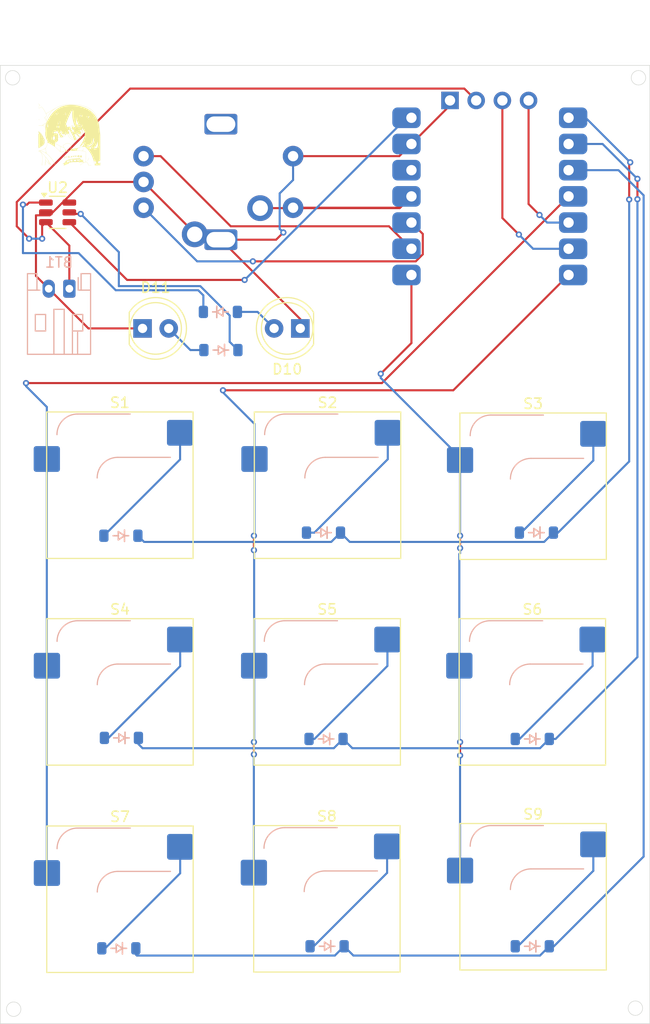
<source format=kicad_pcb>
(kicad_pcb (version 20240108) (generator "pcbnew") (generator_version "8.0")
  (layers (0 "F.Cu" signal) (31 "B.Cu" signal) (34 "B.Paste" user) (35 "F.Paste" user) (36 "B.SilkS" user "B.Silkscreen") (37 "F.SilkS" user "F.Silkscreen") (38 "B.Mask" user) (39 "F.Mask" user) (44 "Edge.Cuts" user))
  (net 0 "")
  (net 1 "Net-(BT1-+)")
  (net 2 "Net-(BT1--)")
  (net 3 "Net-(D1-A)")
  (net 4 "ROW 1")
  (net 5 "Net-(D2-A)")
  (net 6 "Net-(D3-A)")
  (net 7 "ROW 2")
  (net 8 "Net-(D4-A)")
  (net 9 "Net-(D5-A)")
  (net 10 "Net-(D6-A)")
  (net 11 "ROW 3")
  (net 12 "Net-(D7-A)")
  (net 13 "Net-(D8-A)")
  (net 14 "Net-(D9-A)")
  (net 15 "Net-(D10-A)")
  (net 16 "Net-(D11-A)")
  (net 17 "OLED SDA")
  (net 18 "OLED SCL")
  (net 19 "Net-(U2-~{CHRG})")
  (net 20 "Net-(U2-STDBY)")
  (net 21 "COLUMN 1")
  (net 22 "COLUMN 2")
  (net 23 "COLUMN 3")
  (net 24 "PIN 1")
  (net 25 "A")
  (net 26 "B")
  (net 27 "Net-(U1-5V)")
  (footprint "ScottoKeebs_Hotswap:Hotswap_MX_1.00u" (layer "F.Cu") (at 59.6 79.4)
    (property "Reference" "S1" (at 0 -8 0) (layer "F.SilkS"))
    (property "Value" "Keyswitch")
    (pad "" np_thru_hole circle (at -5.08 0) (size 1.75 1.75) (drill 1.75) (layers "*.Cu" "*.Mask"))
    (pad "" np_thru_hole circle (at -3.81 -2.54) (size 3.05 3.05) (drill 3.05) (layers "*.Cu" "*.Mask"))
    (pad "" np_thru_hole circle (at 0 0) (size 4 4) (drill 4) (layers "*.Cu" "*.Mask"))
    (pad "" np_thru_hole circle (at 2.54 -5.08) (size 3.05 3.05) (drill 3.05) (layers "*.Cu" "*.Mask"))
    (pad "" np_thru_hole circle (at 5.08 0) (size 1.75 1.75) (drill 1.75) (layers "*.Cu" "*.Mask"))
    (pad "1" smd roundrect (at -7.085 -2.54) (size 2.55 2.5) (layers "B.Cu" "B.Paste" "B.Mask") (roundrect_rratio 0.1) (net 21 "COLUMN 1"))
    (pad "2" smd roundrect (at 5.842 -5.08) (size 2.55 2.5) (layers "B.Cu" "B.Paste" "B.Mask") (roundrect_rratio 0.1) (net 3 "Net-(D1-A)"))
  )
  (footprint "Package_TO_SOT_SMD:TSOT-23-6" (layer "F.Cu") (at 53.5625 52.95)
    (property "Reference" "U2" (at 0 -2.4 0) (layer "F.SilkS"))
    (property "Value" "TP4057")
    (pad "1" smd roundrect (at -1.1375 -0.95) (size 1.325 0.6) (layers "F.Cu" "F.Paste" "F.Mask") (net 19 "Net-(U2-~{CHRG})"))
    (pad "2" smd roundrect (at -1.1375 0) (size 1.325 0.6) (layers "F.Cu" "F.Paste" "F.Mask") (net 2 "Net-(BT1--)"))
    (pad "3" smd roundrect (at -1.1375 0.95) (size 1.325 0.6) (layers "F.Cu" "F.Paste" "F.Mask") (net 1 "Net-(BT1-+)"))
    (pad "4" smd roundrect (at 1.1375 0.95) (size 1.325 0.6) (layers "F.Cu" "F.Paste" "F.Mask") (net 27 "Net-(U1-5V)"))
    (pad "5" smd roundrect (at 1.1375 0) (size 1.325 0.6) (layers "F.Cu" "F.Paste" "F.Mask") (net 20 "Net-(U2-STDBY)"))
    (pad "6" smd roundrect (at 1.1375 -0.95) (size 1.325 0.6) (layers "F.Cu" "F.Paste" "F.Mask") (net 2 "Net-(BT1--)"))
  )
  (footprint "ScottoKeebs_Hotswap:Hotswap_MX_1.00u" (layer "F.Cu") (at 79.68 119.5)
    (property "Reference" "S8" (at 0 -8 0) (layer "F.SilkS"))
    (property "Value" "Keyswitch")
    (pad "" np_thru_hole circle (at -5.08 0) (size 1.75 1.75) (drill 1.75) (layers "*.Cu" "*.Mask"))
    (pad "" np_thru_hole circle (at -3.81 -2.54) (size 3.05 3.05) (drill 3.05) (layers "*.Cu" "*.Mask"))
    (pad "" np_thru_hole circle (at 0 0) (size 4 4) (drill 4) (layers "*.Cu" "*.Mask"))
    (pad "" np_thru_hole circle (at 2.54 -5.08) (size 3.05 3.05) (drill 3.05) (layers "*.Cu" "*.Mask"))
    (pad "" np_thru_hole circle (at 5.08 0) (size 1.75 1.75) (drill 1.75) (layers "*.Cu" "*.Mask"))
    (pad "1" smd roundrect (at -7.085 -2.54) (size 2.55 2.5) (layers "B.Cu" "B.Paste" "B.Mask") (roundrect_rratio 0.1) (net 22 "COLUMN 2"))
    (pad "2" smd roundrect (at 5.842 -5.08) (size 2.55 2.5) (layers "B.Cu" "B.Paste" "B.Mask") (roundrect_rratio 0.1) (net 13 "Net-(D8-A)"))
  )
  (footprint "ScottoKeebs_Hotswap:Hotswap_MX_1.00u" (layer "F.Cu") (at 59.61 99.44)
    (property "Reference" "S4" (at 0 -8 0) (layer "F.SilkS"))
    (property "Value" "Keyswitch")
    (pad "" np_thru_hole circle (at -5.08 0) (size 1.75 1.75) (drill 1.75) (layers "*.Cu" "*.Mask"))
    (pad "" np_thru_hole circle (at -3.81 -2.54) (size 3.05 3.05) (drill 3.05) (layers "*.Cu" "*.Mask"))
    (pad "" np_thru_hole circle (at 0 0) (size 4 4) (drill 4) (layers "*.Cu" "*.Mask"))
    (pad "" np_thru_hole circle (at 2.54 -5.08) (size 3.05 3.05) (drill 3.05) (layers "*.Cu" "*.Mask"))
    (pad "" np_thru_hole circle (at 5.08 0) (size 1.75 1.75) (drill 1.75) (layers "*.Cu" "*.Mask"))
    (pad "1" smd roundrect (at -7.085 -2.54) (size 2.55 2.5) (layers "B.Cu" "B.Paste" "B.Mask") (roundrect_rratio 0.1) (net 21 "COLUMN 1"))
    (pad "2" smd roundrect (at 5.842 -5.08) (size 2.55 2.5) (layers "B.Cu" "B.Paste" "B.Mask") (roundrect_rratio 0.1) (net 8 "Net-(D4-A)"))
  )
  (footprint "ScottoKeebs_Components:OLED_128x64" (layer "F.Cu") (at 95.43 42.1)
    (property "Reference" "J1" (hide yes))
    (property "Value" "OLED_128x64")
    (pad "1" thru_hole rect (at -3.81 0 90) (size 1.7 1.7) (drill 1) (layers "*.Cu" "*.Mask") (net 2 "Net-(BT1--)"))
    (pad "2" thru_hole oval (at -1.27 0 90) (size 1.7 1.7) (drill 1) (layers "*.Cu" "*.Mask") (net 1 "Net-(BT1-+)"))
    (pad "3" thru_hole oval (at 1.27 0 90) (size 1.7 1.7) (drill 1) (layers "*.Cu" "*.Mask") (net 18 "OLED SCL"))
    (pad "4" thru_hole oval (at 3.81 0 90) (size 1.7 1.7) (drill 1) (layers "*.Cu" "*.Mask") (net 17 "OLED SDA"))
  )
  (footprint "ScottoKeebs_Hotswap:Hotswap_MX_1.00u" (layer "F.Cu") (at 79.71 99.44)
    (property "Reference" "S5" (at 0 -8 0) (layer "F.SilkS"))
    (property "Value" "Keyswitch")
    (pad "" np_thru_hole circle (at -5.08 0) (size 1.75 1.75) (drill 1.75) (layers "*.Cu" "*.Mask"))
    (pad "" np_thru_hole circle (at -3.81 -2.54) (size 3.05 3.05) (drill 3.05) (layers "*.Cu" "*.Mask"))
    (pad "" np_thru_hole circle (at 0 0) (size 4 4) (drill 4) (layers "*.Cu" "*.Mask"))
    (pad "" np_thru_hole circle (at 2.54 -5.08) (size 3.05 3.05) (drill 3.05) (layers "*.Cu" "*.Mask"))
    (pad "" np_thru_hole circle (at 5.08 0) (size 1.75 1.75) (drill 1.75) (layers "*.Cu" "*.Mask"))
    (pad "1" smd roundrect (at -7.085 -2.54) (size 2.55 2.5) (layers "B.Cu" "B.Paste" "B.Mask") (roundrect_rratio 0.1) (net 22 "COLUMN 2"))
    (pad "2" smd roundrect (at 5.842 -5.08) (size 2.55 2.5) (layers "B.Cu" "B.Paste" "B.Mask") (roundrect_rratio 0.1) (net 9 "Net-(D5-A)"))
  )
  (footprint "ScottoKeebs_Hotswap:Hotswap_MX_1.00u" (layer "F.Cu") (at 99.68 79.5)
    (property "Reference" "S3" (at 0 -8 0) (layer "F.SilkS"))
    (property "Value" "Keyswitch")
    (pad "" np_thru_hole circle (at -5.08 0) (size 1.75 1.75) (drill 1.75) (layers "*.Cu" "*.Mask"))
    (pad "" np_thru_hole circle (at -3.81 -2.54) (size 3.05 3.05) (drill 3.05) (layers "*.Cu" "*.Mask"))
    (pad "" np_thru_hole circle (at 0 0) (size 4 4) (drill 4) (layers "*.Cu" "*.Mask"))
    (pad "" np_thru_hole circle (at 2.54 -5.08) (size 3.05 3.05) (drill 3.05) (layers "*.Cu" "*.Mask"))
    (pad "" np_thru_hole circle (at 5.08 0) (size 1.75 1.75) (drill 1.75) (layers "*.Cu" "*.Mask"))
    (pad "1" smd roundrect (at -7.085 -2.54) (size 2.55 2.5) (layers "B.Cu" "B.Paste" "B.Mask") (roundrect_rratio 0.1) (net 23 "COLUMN 3"))
    (pad "2" smd roundrect (at 5.842 -5.08) (size 2.55 2.5) (layers "B.Cu" "B.Paste" "B.Mask") (roundrect_rratio 0.1) (net 6 "Net-(D3-A)"))
  )
  (footprint "ScottoKeebs_Scotto:Encoder_EC11_MX_Combo" (layer "F.Cu") (at 69.4 50)
    (property "Reference" "SW1" (hide yes))
    (property "Value" "RotaryEncoder_Switch" (hide yes))
    (pad "" np_thru_hole circle (at -5.08 0 180) (size 1.75 1.75) (drill 1.75) (layers "*.Cu" "*.Mask"))
    (pad "" np_thru_hole circle (at 0 0 180) (size 4 4) (drill 4) (layers "*.Cu" "*.Mask"))
    (pad "" np_thru_hole circle (at 5.08 0 180) (size 1.75 1.75) (drill 1.75) (layers "*.Cu" "*.Mask"))
    (pad "A" thru_hole circle (at -7.5 -2.5) (size 2 2) (drill 1) (layers "*.Cu" "*.Mask") (net 25 "A"))
    (pad "B" thru_hole circle (at -7.5 2.5) (size 2 2) (drill 1) (layers "*.Cu" "*.Mask") (net 26 "B"))
    (pad "C" thru_hole circle (at -7.5 0) (size 2 2) (drill 1) (layers "*.Cu" "*.Mask") (net 2 "Net-(BT1--)"))
    (pad "MP" thru_hole roundrect (at 0 -5.6) (size 3.2 2) (drill oval 2.8 1.5) (layers "*.Cu" "*.Mask") (roundrect_rratio 0.125))
    (pad "S1" thru_hole circle (at 3.81 2.54 180) (size 2.5 2.5) (drill 1.5) (layers "*.Cu" "*.Mask") (net 24 "PIN 1"))
    (pad "S1" thru_hole circle (at 7 2.5) (size 2 2) (drill 1) (layers "*.Cu" "*.Mask") (net 24 "PIN 1"))
    (pad "S2" thru_hole circle (at -2.54 5.08 180) (size 2.5 2.5) (drill 1.5) (layers "*.Cu" "*.Mask") (net 2 "Net-(BT1--)"))
    (pad "S2" thru_hole roundrect (at 0 5.6) (size 3.2 2) (drill oval 2.8 1.5) (layers "*.Cu" "*.Mask") (roundrect_rratio 0.125) (net 2 "Net-(BT1--)"))
    (pad "S2" thru_hole circle (at 7 -2.5) (size 2 2) (drill 1) (layers "*.Cu" "*.Mask") (net 2 "Net-(BT1--)"))
  )
  (footprint "ScottoKeebs_Hotswap:Hotswap_MX_1.00u" (layer "F.Cu") (at 99.68 119.3)
    (property "Reference" "S9" (at 0 -8 0) (layer "F.SilkS"))
    (property "Value" "Keyswitch")
    (pad "" np_thru_hole circle (at -5.08 0) (size 1.75 1.75) (drill 1.75) (layers "*.Cu" "*.Mask"))
    (pad "" np_thru_hole circle (at -3.81 -2.54) (size 3.05 3.05) (drill 3.05) (layers "*.Cu" "*.Mask"))
    (pad "" np_thru_hole circle (at 0 0) (size 4 4) (drill 4) (layers "*.Cu" "*.Mask"))
    (pad "" np_thru_hole circle (at 2.54 -5.08) (size 3.05 3.05) (drill 3.05) (layers "*.Cu" "*.Mask"))
    (pad "" np_thru_hole circle (at 5.08 0) (size 1.75 1.75) (drill 1.75) (layers "*.Cu" "*.Mask"))
    (pad "1" smd roundrect (at -7.085 -2.54) (size 2.55 2.5) (layers "B.Cu" "B.Paste" "B.Mask") (roundrect_rratio 0.1) (net 23 "COLUMN 3"))
    (pad "2" smd roundrect (at 5.842 -5.08) (size 2.55 2.5) (layers "B.Cu" "B.Paste" "B.Mask") (roundrect_rratio 0.1) (net 14 "Net-(D9-A)"))
  )
  (footprint "ScottoKeebs_Hotswap:Hotswap_MX_1.00u" (layer "F.Cu") (at 99.61 99.44)
    (property "Reference" "S6" (at 0 -8 0) (layer "F.SilkS"))
    (property "Value" "Keyswitch")
    (pad "" np_thru_hole circle (at -5.08 0) (size 1.75 1.75) (drill 1.75) (layers "*.Cu" "*.Mask"))
    (pad "" np_thru_hole circle (at -3.81 -2.54) (size 3.05 3.05) (drill 3.05) (layers "*.Cu" "*.Mask"))
    (pad "" np_thru_hole circle (at 0 0) (size 4 4) (drill 4) (layers "*.Cu" "*.Mask"))
    (pad "" np_thru_hole circle (at 2.54 -5.08) (size 3.05 3.05) (drill 3.05) (layers "*.Cu" "*.Mask"))
    (pad "" np_thru_hole circle (at 5.08 0) (size 1.75 1.75) (drill 1.75) (layers "*.Cu" "*.Mask"))
    (pad "1" smd roundrect (at -7.085 -2.54) (size 2.55 2.5) (layers "B.Cu" "B.Paste" "B.Mask") (roundrect_rratio 0.1) (net 23 "COLUMN 3"))
    (pad "2" smd roundrect (at 5.842 -5.08) (size 2.55 2.5) (layers "B.Cu" "B.Paste" "B.Mask") (roundrect_rratio 0.1) (net 10 "Net-(D6-A)"))
  )
  (footprint "IMage:ryomini" (layer "F.Cu") (at 54.7 45.4)
    (property "Reference" "G***" (at 0 0 0) (layer "F.SilkS") (effects (font (size 1.5 1.5) (thickness 0.3))))
    (property "Value" "LOGO" (hide yes))
  )
  (footprint "ScottoKeebs_Hotswap:Hotswap_MX_1.00u" (layer "F.Cu") (at 79.7425 79.4)
    (property "Reference" "S2" (at 0 -8 0) (layer "F.SilkS"))
    (property "Value" "Keyswitch")
    (pad "" np_thru_hole circle (at -5.08 0) (size 1.75 1.75) (drill 1.75) (layers "*.Cu" "*.Mask"))
    (pad "" np_thru_hole circle (at -3.81 -2.54) (size 3.05 3.05) (drill 3.05) (layers "*.Cu" "*.Mask"))
    (pad "" np_thru_hole circle (at 0 0) (size 4 4) (drill 4) (layers "*.Cu" "*.Mask"))
    (pad "" np_thru_hole circle (at 2.54 -5.08) (size 3.05 3.05) (drill 3.05) (layers "*.Cu" "*.Mask"))
    (pad "" np_thru_hole circle (at 5.08 0) (size 1.75 1.75) (drill 1.75) (layers "*.Cu" "*.Mask"))
    (pad "1" smd roundrect (at -7.085 -2.54) (size 2.55 2.5) (layers "B.Cu" "B.Paste" "B.Mask") (roundrect_rratio 0.1) (net 22 "COLUMN 2"))
    (pad "2" smd roundrect (at 5.842 -5.08) (size 2.55 2.5) (layers "B.Cu" "B.Paste" "B.Mask") (roundrect_rratio 0.1) (net 5 "Net-(D2-A)"))
  )
  (footprint "ScottoKeebs_Hotswap:Hotswap_MX_1.00u" (layer "F.Cu") (at 59.61 119.54)
    (property "Reference" "S7" (at 0 -8 0) (layer "F.SilkS"))
    (property "Value" "Keyswitch")
    (pad "" np_thru_hole circle (at -5.08 0) (size 1.75 1.75) (drill 1.75) (layers "*.Cu" "*.Mask"))
    (pad "" np_thru_hole circle (at -3.81 -2.54) (size 3.05 3.05) (drill 3.05) (layers "*.Cu" "*.Mask"))
    (pad "" np_thru_hole circle (at 0 0) (size 4 4) (drill 4) (layers "*.Cu" "*.Mask"))
    (pad "" np_thru_hole circle (at 2.54 -5.08) (size 3.05 3.05) (drill 3.05) (layers "*.Cu" "*.Mask"))
    (pad "" np_thru_hole circle (at 5.08 0) (size 1.75 1.75) (drill 1.75) (layers "*.Cu" "*.Mask"))
    (pad "1" smd roundrect (at -7.085 -2.54) (size 2.55 2.5) (layers "B.Cu" "B.Paste" "B.Mask") (roundrect_rratio 0.1) (net 21 "COLUMN 1"))
    (pad "2" smd roundrect (at 5.842 -5.08) (size 2.55 2.5) (layers "B.Cu" "B.Paste" "B.Mask") (roundrect_rratio 0.1) (net 12 "Net-(D7-A)"))
  )
  (footprint "LED_THT:LED_D5.0mm" (layer "F.Cu") (at 77.1 64.2 180)
    (property "Reference" "D10" (at 1.27 -3.96 0) (layer "F.SilkS"))
    (property "Value" "LED")
    (pad "1" thru_hole rect (at 0 0 180) (size 1.8 1.8) (drill 0.9) (layers "*.Cu" "*.Mask") (net 2 "Net-(BT1--)"))
    (pad "2" thru_hole circle (at 2.54 0 180) (size 1.8 1.8) (drill 0.9) (layers "*.Cu" "*.Mask") (net 15 "Net-(D10-A)"))
  )
  (footprint "LED_THT:LED_D5.0mm" (layer "F.Cu") (at 61.8 64.2)
    (property "Reference" "D11" (at 1.27 -3.96 0) (layer "F.SilkS"))
    (property "Value" "LED")
    (pad "1" thru_hole rect (at 0 0) (size 1.8 1.8) (drill 0.9) (layers "*.Cu" "*.Mask") (net 2 "Net-(BT1--)"))
    (pad "2" thru_hole circle (at 2.54 0) (size 1.8 1.8) (drill 0.9) (layers "*.Cu" "*.Mask") (net 16 "Net-(D11-A)"))
  )
  (footprint "ScottoKeebs_Components:Diode_SOD-123" (layer "B.Cu") (at 59.5 124.3 180)
    (property "Reference" "D7" (hide yes))
    (property "Value" "D")
    (pad "1" smd roundrect (at -1.65 0 180) (size 0.9 1.2) (layers "B.Cu" "B.Paste" "B.Mask") (net 11 "ROW 3"))
    (pad "2" smd roundrect (at 1.65 0 180) (size 0.9 1.2) (layers "B.Cu" "B.Paste" "B.Mask") (net 12 "Net-(D7-A)"))
  )
  (footprint "ScottoKeebs_Components:Diode_SOD-123" (layer "B.Cu") (at 69.35 62.6)
    (property "Reference" "R1" (hide yes))
    (property "Value" "R")
    (pad "1" smd roundrect (at -1.65 0) (size 0.9 1.2) (layers "B.Cu" "B.Paste" "B.Mask") (net 19 "Net-(U2-~{CHRG})"))
    (pad "2" smd roundrect (at 1.65 0) (size 0.9 1.2) (layers "B.Cu" "B.Paste" "B.Mask") (net 15 "Net-(D10-A)"))
  )
  (footprint "ScottoKeebs_Components:Diode_SOD-123" (layer "B.Cu") (at 79.6 104 180)
    (property "Reference" "D5" (hide yes))
    (property "Value" "D")
    (pad "1" smd roundrect (at -1.65 0 180) (size 0.9 1.2) (layers "B.Cu" "B.Paste" "B.Mask") (net 7 "ROW 2"))
    (pad "2" smd roundrect (at 1.65 0 180) (size 0.9 1.2) (layers "B.Cu" "B.Paste" "B.Mask") (net 9 "Net-(D5-A)"))
  )
  (footprint "ScottoKeebs_Components:Diode_SOD-123" (layer "B.Cu") (at 69.4 66.3 180)
    (property "Reference" "R2" (hide yes))
    (property "Value" "R")
    (pad "1" smd roundrect (at -1.65 0 180) (size 0.9 1.2) (layers "B.Cu" "B.Paste" "B.Mask") (net 20 "Net-(U2-STDBY)"))
    (pad "2" smd roundrect (at 1.65 0 180) (size 0.9 1.2) (layers "B.Cu" "B.Paste" "B.Mask") (net 16 "Net-(D11-A)"))
  )
  (footprint "ScottoKeebs_Components:Diode_SOD-123" (layer "B.Cu") (at 99.6 124.1 180)
    (property "Reference" "D9" (hide yes))
    (property "Value" "D")
    (pad "1" smd roundrect (at -1.65 0 180) (size 0.9 1.2) (layers "B.Cu" "B.Paste" "B.Mask") (net 11 "ROW 3"))
    (pad "2" smd roundrect (at 1.65 0 180) (size 0.9 1.2) (layers "B.Cu" "B.Paste" "B.Mask") (net 14 "Net-(D9-A)"))
  )
  (footprint "ScottoKeebs_Components:Diode_SOD-123" (layer "B.Cu") (at 79.35 84 180)
    (property "Reference" "D2" (hide yes))
    (property "Value" "D")
    (pad "1" smd roundrect (at -1.65 0 180) (size 0.9 1.2) (layers "B.Cu" "B.Paste" "B.Mask") (net 4 "ROW 1"))
    (pad "2" smd roundrect (at 1.65 0 180) (size 0.9 1.2) (layers "B.Cu" "B.Paste" "B.Mask") (net 5 "Net-(D2-A)"))
  )
  (footprint "ScottoKeebs_Components:Diode_SOD-123" (layer "B.Cu") (at 100 84 180)
    (property "Reference" "D3" (hide yes))
    (property "Value" "D")
    (pad "1" smd roundrect (at -1.65 0 180) (size 0.9 1.2) (layers "B.Cu" "B.Paste" "B.Mask") (net 4 "ROW 1"))
    (pad "2" smd roundrect (at 1.65 0 180) (size 0.9 1.2) (layers "B.Cu" "B.Paste" "B.Mask") (net 6 "Net-(D3-A)"))
  )
  (footprint "ScottoKeebs_MCU:Seeed_XIAO_RP2040" (layer "B.Cu") (at 95.5 51.4 180)
    (property "Reference" "U1" (hide yes))
    (property "Value" "MCU_Seeed_XIAO_RP2040")
    (pad "1" smd roundrect (at -8.065 7.62 180) (size 2.75 2) (layers "B.Cu" "B.Paste" "B.Mask") (net 4 "ROW 1"))
    (pad "1" thru_hole rect (at -7.62 7.62 90) (size 1.6 1.6) (drill 1) (layers "*.Cu" "*.Mask") (net 4 "ROW 1"))
    (pad "2" smd roundrect (at -8.065 5.08 180) (size 2.75 2) (layers "B.Cu" "B.Paste" "B.Mask") (net 7 "ROW 2"))
    (pad "2" thru_hole circle (at -7.62 5.08 90) (size 1.6 1.6) (drill 1) (layers "*.Cu" "*.Mask") (net 7 "ROW 2"))
    (pad "3" smd roundrect (at -8.065 2.54 180) (size 2.75 2) (layers "B.Cu" "B.Paste" "B.Mask") (net 11 "ROW 3"))
    (pad "3" thru_hole circle (at -7.62 2.54 90) (size 1.6 1.6) (drill 1) (layers "*.Cu" "*.Mask") (net 11 "ROW 3"))
    (pad "4" smd roundrect (at -8.065 0 180) (size 2.75 2) (layers "B.Cu" "B.Paste" "B.Mask") (net 21 "COLUMN 1"))
    (pad "4" thru_hole circle (at -7.62 0 90) (size 1.6 1.6) (drill 1) (layers "*.Cu" "*.Mask") (net 21 "COLUMN 1"))
    (pad "5" smd roundrect (at -8.065 -2.54 180) (size 2.75 2) (layers "B.Cu" "B.Paste" "B.Mask") (net 17 "OLED SDA"))
    (pad "5" thru_hole circle (at -7.62 -2.54 90) (size 1.6 1.6) (drill 1) (layers "*.Cu" "*.Mask") (net 17 "OLED SDA"))
    (pad "6" smd roundrect (at -8.065 -5.08 180) (size 2.75 2) (layers "B.Cu" "B.Paste" "B.Mask") (net 18 "OLED SCL"))
    (pad "6" thru_hole circle (at -7.62 -5.08 90) (size 1.6 1.6) (drill 1) (layers "*.Cu" "*.Mask") (net 18 "OLED SCL"))
    (pad "7" smd roundrect (at -8.065 -7.62 180) (size 2.75 2) (layers "B.Cu" "B.Paste" "B.Mask") (net 22 "COLUMN 2"))
    (pad "7" thru_hole circle (at -7.62 -7.62 90) (size 1.6 1.6) (drill 1) (layers "*.Cu" "*.Mask") (net 22 "COLUMN 2"))
    (pad "8" thru_hole circle (at 7.62 -7.62 90) (size 1.6 1.6) (drill 1) (layers "*.Cu" "*.Mask") (net 23 "COLUMN 3"))
    (pad "8" smd roundrect (at 8.1 -7.62 180) (size 2.75 2) (layers "B.Cu" "B.Paste" "B.Mask") (net 23 "COLUMN 3"))
    (pad "9" thru_hole circle (at 7.62 -5.08 90) (size 1.6 1.6) (drill 1) (layers "*.Cu" "*.Mask") (net 25 "A"))
    (pad "9" smd roundrect (at 8.1 -5.08 180) (size 2.75 2) (layers "B.Cu" "B.Paste" "B.Mask") (net 25 "A"))
    (pad "10" thru_hole circle (at 7.62 -2.54 90) (size 1.6 1.6) (drill 1) (layers "*.Cu" "*.Mask") (net 26 "B"))
    (pad "10" smd roundrect (at 8.1 -2.54 180) (size 2.75 2) (layers "B.Cu" "B.Paste" "B.Mask") (net 26 "B"))
    (pad "11" thru_hole circle (at 7.62 0 90) (size 1.6 1.6) (drill 1) (layers "*.Cu" "*.Mask") (net 24 "PIN 1"))
    (pad "11" smd roundrect (at 8.1 0 180) (size 2.75 2) (layers "B.Cu" "B.Paste" "B.Mask") (net 24 "PIN 1"))
    (pad "12" thru_hole circle (at 7.62 2.54 90) (size 1.6 1.6) (drill 1) (layers "*.Cu" "*.Mask"))
    (pad "12" smd roundrect (at 8.1 2.54 180) (size 2.75 2) (layers "B.Cu" "B.Paste" "B.Mask"))
    (pad "13" thru_hole circle (at 7.62 5.08 90) (size 1.6 1.6) (drill 1) (layers "*.Cu" "*.Mask") (net 2 "Net-(BT1--)"))
    (pad "13" smd roundrect (at 8.1 5.08 180) (size 2.75 2) (layers "B.Cu" "B.Paste" "B.Mask") (net 2 "Net-(BT1--)"))
    (pad "14" thru_hole circle (at 7.62 7.62 90) (size 1.6 1.6) (drill 1) (layers "*.Cu" "*.Mask") (net 27 "Net-(U1-5V)"))
    (pad "14" smd roundrect (at 8.1 7.62 180) (size 2.75 2) (layers "B.Cu" "B.Paste" "B.Mask") (net 27 "Net-(U1-5V)"))
  )
  (footprint "ScottoKeebs_Components:Diode_SOD-123" (layer "B.Cu") (at 59.7 84.3 180)
    (property "Reference" "D1" (hide yes))
    (property "Value" "D")
    (pad "1" smd roundrect (at -1.65 0 180) (size 0.9 1.2) (layers "B.Cu" "B.Paste" "B.Mask") (net 4 "ROW 1"))
    (pad "2" smd roundrect (at 1.65 0 180) (size 0.9 1.2) (layers "B.Cu" "B.Paste" "B.Mask") (net 3 "Net-(D1-A)"))
  )
  (footprint "ScottoKeebs_Components:Diode_SOD-123" (layer "B.Cu") (at 79.7 124.1 180)
    (property "Reference" "D8" (hide yes))
    (property "Value" "D")
    (pad "1" smd roundrect (at -1.65 0 180) (size 0.9 1.2) (layers "B.Cu" "B.Paste" "B.Mask") (net 11 "ROW 3"))
    (pad "2" smd roundrect (at 1.65 0 180) (size 0.9 1.2) (layers "B.Cu" "B.Paste" "B.Mask") (net 13 "Net-(D8-A)"))
  )
  (footprint "Connector_JST:JST_PH_S2B-PH-K_1x02_P2.00mm_Horizontal" (layer "B.Cu") (at 54.7 60.35 180)
    (property "Reference" "BT1" (at 1 2.55 0) (layer "B.SilkS") (effects (justify mirror)))
    (property "Value" "Battery")
    (pad "1" thru_hole roundrect (at 0 0 180) (size 1.2 1.75) (drill 0.75) (layers "*.Cu" "*.Mask") (roundrect_rratio 0.208333) (net 1 "Net-(BT1-+)"))
    (pad "2" thru_hole oval (at 2 0 180) (size 1.2 1.75) (drill 0.75) (layers "*.Cu" "*.Mask") (net 2 "Net-(BT1--)"))
  )
  (footprint "ScottoKeebs_Components:Diode_SOD-123" (layer "B.Cu") (at 59.75 103.9 180)
    (property "Reference" "D4" (hide yes))
    (property "Value" "D")
    (pad "1" smd roundrect (at -1.65 0 180) (size 0.9 1.2) (layers "B.Cu" "B.Paste" "B.Mask") (net 7 "ROW 2"))
    (pad "2" smd roundrect (at 1.65 0 180) (size 0.9 1.2) (layers "B.Cu" "B.Paste" "B.Mask") (net 8 "Net-(D4-A)"))
  )
  (footprint "ScottoKeebs_Components:Diode_SOD-123" (layer "B.Cu") (at 99.6 104 180)
    (property "Reference" "D6" (hide yes))
    (property "Value" "D")
    (pad "1" smd roundrect (at -1.65 0 180) (size 0.9 1.2) (layers "B.Cu" "B.Paste" "B.Mask") (net 7 "ROW 2"))
    (pad "2" smd roundrect (at 1.65 0 180) (size 0.9 1.2) (layers "B.Cu" "B.Paste" "B.Mask") (net 10 "Net-(D6-A)"))
  )
  (gr_circle (center 49.3 130.2) (end 50 130.2) (stroke (width 0.05)) (fill none) (layer "Edge.Cuts"))
  (gr_circle (center 109.9 39.9) (end 110.6 39.9) (stroke (width 0.05)) (fill none) (layer "Edge.Cuts"))
  (gr_circle (center 109.6 130.1) (end 110.3 130.1) (stroke (width 0.05)) (fill none) (layer "Edge.Cuts"))
  (gr_circle (center 49.2 39.9) (end 49.9 39.9) (stroke (width 0.05)) (fill none) (layer "Edge.Cuts"))
  (gr_rect (start 48 38.7) (end 111 131.6) (stroke (width 0.05)) (fill none) (layer "Edge.Cuts"))
  (segment (start 54.7 56.175) (end 52.425 53.9) (width 0.2) (layer "F.Cu") (net 1))
  (segment (start 52.0625 55.5) (end 52.0625 54.2625) (width 0.2) (layer "F.Cu") (net 1))
  (segment (start 94.16 42.1) (end 93.01 40.95) (width 0.2) (layer "F.Cu") (net 1))
  (segment (start 49.6 54.3) (end 50.8 55.5) (width 0.2) (layer "F.Cu") (net 1))
  (segment (start 60.601471 40.95) (end 49.6 51.951471) (width 0.2) (layer "F.Cu") (net 1))
  (segment (start 52.0625 54.2625) (end 52.425 53.9) (width 0.2) (layer "F.Cu") (net 1))
  (segment (start 49.6 51.951471) (end 49.6 54.3) (width 0.2) (layer "F.Cu") (net 1))
  (segment (start 54.7 60.35) (end 54.7 56.175) (width 0.2) (layer "F.Cu") (net 1))
  (segment (start 93.01 40.95) (end 60.601471 40.95) (width 0.2) (layer "F.Cu") (net 1))
  (via (at 52.0625 55.5) (size 0.6) (drill 0.3) (layers "F.Cu" "B.Cu") (net 1))
  (via (at 50.8 55.5) (size 0.6) (drill 0.3) (layers "F.Cu" "B.Cu") (net 1))
  (segment (start 50.8 55.5) (end 52.0625 55.5) (width 0.2) (layer "B.Cu") (net 1))
  (segment (start 56.55 64.2) (end 52.7 60.35) (width 0.2) (layer "F.Cu") (net 2))
  (segment (start 86.7 47.5) (end 87.88 46.32) (width 0.2) (layer "F.Cu") (net 2))
  (segment (start 51.4625 53.2375) (end 52.800001 53.2375) (width 0.2) (layer "F.Cu") (net 2))
  (segment (start 91.62 42.1) (end 91.62 42.58) (width 0.2) (layer "F.Cu") (net 2))
  (segment (start 76.4 47.5) (end 86.7 47.5) (width 0.2) (layer "F.Cu") (net 2))
  (segment (start 52.800001 53.2375) (end 56.037501 50) (width 0.2) (layer "F.Cu") (net 2))
  (segment (start 61.9 50) (end 67.5 55.6) (width 0.2) (layer "F.Cu") (net 2))
  (segment (start 67.5 55.6) (end 69.4 55.6) (width 0.2) (layer "F.Cu") (net 2))
  (segment (start 74.757831 55.6) (end 75.457831 54.9) (width 0.2) (layer "F.Cu") (net 2))
  (segment (start 61.8 64.2) (end 56.55 64.2) (width 0.2) (layer "F.Cu") (net 2))
  (segment (start 77.1 63.3) (end 69.4 55.6) (width 0.2) (layer "F.Cu") (net 2))
  (segment (start 69.4 55.6) (end 74.757831 55.6) (width 0.2) (layer "F.Cu") (net 2))
  (segment (start 51.4625 59.1125) (end 51.4625 53.2375) (width 0.2) (layer "F.Cu") (net 2))
  (segment (start 91.62 42.58) (end 87.88 46.32) (width 0.2) (layer "F.Cu") (net 2))
  (segment (start 56.037501 50) (end 61.9 50) (width 0.2) (layer "F.Cu") (net 2))
  (segment (start 52.7 60.35) (end 51.4625 59.1125) (width 0.2) (layer "F.Cu") (net 2))
  (segment (start 77.1 64.2) (end 77.1 63.3) (width 0.2) (layer "F.Cu") (net 2))
  (via (at 75.457831 54.9) (size 0.6) (drill 0.3) (layers "F.Cu" "B.Cu") (net 2))
  (segment (start 76.4 49.812412) (end 76.4 47.5) (width 0.2) (layer "B.Cu") (net 2))
  (segment (start 75.457831 54.9) (end 75.1 54.542169) (width 0.2) (layer "B.Cu") (net 2))
  (segment (start 75.1 51.112412) (end 76.4 49.812412) (width 0.2) (layer "B.Cu") (net 2))
  (segment (start 75.1 54.542169) (end 75.1 51.112412) (width 0.2) (layer "B.Cu") (net 2))
  (segment (start 58.05 84.297588) (end 65.442 76.905588) (width 0.2) (layer "B.Cu") (net 3))
  (segment (start 58.05 84.3) (end 58.05 84.297588) (width 0.2) (layer "B.Cu") (net 3))
  (segment (start 65.442 76.905588) (end 65.442 74.32) (width 0.2) (layer "B.Cu") (net 3))
  (segment (start 109.000537 51.703657) (end 109.000537 48.199463) (width 0.2) (layer "F.Cu") (net 4))
  (segment (start 109.000537 48.199463) (end 109.1 48.1) (width 0.2) (layer "F.Cu") (net 4))
  (via (at 109.1 48.1) (size 0.6) (drill 0.3) (layers "F.Cu" "B.Cu") (net 4))
  (via (at 109.000537 51.703657) (size 0.6) (drill 0.3) (layers "F.Cu" "B.Cu") (net 4))
  (segment (start 81.9 84.9) (end 100.75 84.9) (width 0.2) (layer "B.Cu") (net 4))
  (segment (start 104.78 43.78) (end 103.565 43.78) (width 0.2) (layer "B.Cu") (net 4))
  (segment (start 109.000537 77.099463) (end 109.000537 51.703657) (width 0.2) (layer "B.Cu") (net 4))
  (segment (start 101.65 84) (end 102.1 84) (width 0.2) (layer "B.Cu") (net 4))
  (segment (start 61.35 84.3) (end 61.95 84.9) (width 0.2) (layer "B.Cu") (net 4))
  (segment (start 102.1 84) (end 109.000537 77.099463) (width 0.2) (layer "B.Cu") (net 4))
  (segment (start 81 84) (end 81.9 84.9) (width 0.2) (layer "B.Cu") (net 4))
  (segment (start 100.75 84.9) (end 101.65 84) (width 0.2) (layer "B.Cu") (net 4))
  (segment (start 80.1 84.9) (end 81 84) (width 0.2) (layer "B.Cu") (net 4))
  (segment (start 109.1 48.1) (end 104.78 43.78) (width 0.2) (layer "B.Cu") (net 4))
  (segment (start 61.95 84.9) (end 80.1 84.9) (width 0.2) (layer "B.Cu") (net 4))
  (segment (start 78.465902 84) (end 85.5845 76.881402) (width 0.2) (layer "B.Cu") (net 5))
  (segment (start 77.7 84) (end 78.465902 84) (width 0.2) (layer "B.Cu") (net 5))
  (segment (start 85.5845 76.881402) (end 85.5845 74.32) (width 0.2) (layer "B.Cu") (net 5))
  (segment (start 98.527588 84) (end 98.35 84) (width 0.2) (layer "B.Cu") (net 6))
  (segment (start 105.522 77.005588) (end 98.527588 84) (width 0.2) (layer "B.Cu") (net 6))
  (segment (start 105.522 74.42) (end 105.522 77.005588) (width 0.2) (layer "B.Cu") (net 6))
  (segment (start 109.8 51.674265) (end 109.8 49.7) (width 0.2) (layer "F.Cu") (net 7))
  (via (at 109.8 51.674265) (size 0.6) (drill 0.3) (layers "F.Cu" "B.Cu") (net 7))
  (via (at 109.8 49.7) (size 0.6) (drill 0.3) (layers "F.Cu" "B.Cu") (net 7))
  (segment (start 80.35 104.9) (end 81.25 104) (width 0.2) (layer "B.Cu") (net 7))
  (segment (start 101.862412 104) (end 109.8 96.062412) (width 0.2) (layer "B.Cu") (net 7))
  (segment (start 109.8 49.7) (end 106.42 46.32) (width 0.2) (layer "B.Cu") (net 7))
  (segment (start 106.42 46.32) (end 103.565 46.32) (width 0.2) (layer "B.Cu") (net 7))
  (segment (start 101.25 104) (end 101.862412 104) (width 0.2) (layer "B.Cu") (net 7))
  (segment (start 100.35 104.9) (end 101.25 104) (width 0.2) (layer "B.Cu") (net 7))
  (segment (start 81.25 104) (end 82.15 104.9) (width 0.2) (layer "B.Cu") (net 7))
  (segment (start 61.4 104.5) (end 61.8 104.9) (width 0.2) (layer "B.Cu") (net 7))
  (segment (start 82.15 104.9) (end 100.35 104.9) (width 0.2) (layer "B.Cu") (net 7))
  (segment (start 61.4 103.9) (end 61.4 104.5) (width 0.2) (layer "B.Cu") (net 7))
  (segment (start 61.8 104.9) (end 80.35 104.9) (width 0.2) (layer "B.Cu") (net 7))
  (segment (start 109.8 96.062412) (end 109.8 51.674265) (width 0.2) (layer "B.Cu") (net 7))
  (segment (start 65.452 96.945588) (end 65.452 94.36) (width 0.2) (layer "B.Cu") (net 8))
  (segment (start 58.497588 103.9) (end 65.452 96.945588) (width 0.2) (layer "B.Cu") (net 8))
  (segment (start 58.1 103.9) (end 58.497588 103.9) (width 0.2) (layer "B.Cu") (net 8))
  (segment (start 85.552 96.921402) (end 85.552 94.36) (width 0.2) (layer "B.Cu") (net 9))
  (segment (start 77.95 104) (end 78.473402 104) (width 0.2) (layer "B.Cu") (net 9))
  (segment (start 78.473402 104) (end 85.552 96.921402) (width 0.2) (layer "B.Cu") (net 9))
  (segment (start 97.95 104) (end 98.373402 104) (width 0.2) (layer "B.Cu") (net 10))
  (segment (start 98.373402 104) (end 105.452 96.921402) (width 0.2) (layer "B.Cu") (net 10))
  (segment (start 105.452 96.921402) (end 105.452 94.36) (width 0.2) (layer "B.Cu") (net 10))
  (segment (start 110.4 51.3) (end 107.96 48.86) (width 0.2) (layer "B.Cu") (net 11))
  (segment (start 61.25 125) (end 80.45 125) (width 0.2) (layer "B.Cu") (net 11))
  (segment (start 80.45 125) (end 81.35 124.1) (width 0.2) (layer "B.Cu") (net 11))
  (segment (start 81.35 124.1) (end 82.25 125) (width 0.2) (layer "B.Cu") (net 11))
  (segment (start 100.35 125) (end 101.25 124.1) (width 0.2) (layer "B.Cu") (net 11))
  (segment (start 101.7 124.1) (end 110.4 115.4) (width 0.2) (layer "B.Cu") (net 11))
  (segment (start 101.25 124.1) (end 101.7 124.1) (width 0.2) (layer "B.Cu") (net 11))
  (segment (start 61.15 124.9) (end 61.25 125) (width 0.2) (layer "B.Cu") (net 11))
  (segment (start 107.96 48.86) (end 103.565 48.86) (width 0.2) (layer "B.Cu") (net 11))
  (segment (start 61.15 124.3) (end 61.15 124.9) (width 0.2) (layer "B.Cu") (net 11))
  (segment (start 110.4 115.4) (end 110.4 51.3) (width 0.2) (layer "B.Cu") (net 11))
  (segment (start 82.25 125) (end 100.35 125) (width 0.2) (layer "B.Cu") (net 11))
  (segment (start 57.85 124.3) (end 58.173402 124.3) (width 0.2) (layer "B.Cu") (net 12))
  (segment (start 58.173402 124.3) (end 65.452 117.021402) (width 0.2) (layer "B.Cu") (net 12))
  (segment (start 65.452 117.021402) (end 65.452 114.46) (width 0.2) (layer "B.Cu") (net 12))
  (segment (start 78.05 124.1) (end 78.403402 124.1) (width 0.2) (layer "B.Cu") (net 13))
  (segment (start 85.522 116.981402) (end 85.522 114.42) (width 0.2) (layer "B.Cu") (net 13))
  (segment (start 78.403402 124.1) (end 85.522 116.981402) (width 0.2) (layer "B.Cu") (net 13))
  (segment (start 105.522 116.781402) (end 105.522 114.22) (width 0.2) (layer "B.Cu") (net 14))
  (segment (start 98.203402 124.1) (end 105.522 116.781402) (width 0.2) (layer "B.Cu") (net 14))
  (segment (start 97.95 124.1) (end 98.203402 124.1) (width 0.2) (layer "B.Cu") (net 14))
  (segment (start 71 62.6) (end 72.96 62.6) (width 0.2) (layer "B.Cu") (net 15))
  (segment (start 72.96 62.6) (end 74.56 64.2) (width 0.2) (layer "B.Cu") (net 15))
  (segment (start 67.75 66.3) (end 66.44 66.3) (width 0.2) (layer "B.Cu") (net 16))
  (segment (start 66.44 66.3) (end 64.34 64.2) (width 0.2) (layer "B.Cu") (net 16))
  (segment (start 99.24 42.1) (end 99.24 52.14) (width 0.2) (layer "F.Cu") (net 17))
  (segment (start 99.24 52.14) (end 100.3 53.2) (width 0.2) (layer "F.Cu") (net 17))
  (via (at 100.3 53.2) (size 0.6) (drill 0.3) (layers "F.Cu" "B.Cu") (net 17))
  (segment (start 101.04 53.94) (end 103.12 53.94) (width 0.2) (layer "B.Cu") (net 17))
  (segment (start 100.3 53.2) (end 101.04 53.94) (width 0.2) (layer "B.Cu") (net 17))
  (segment (start 96.7 53.5) (end 98.3 55.1) (width 0.2) (layer "F.Cu") (net 18))
  (segment (start 96.7 42.1) (end 96.7 53.5) (width 0.2) (layer "F.Cu") (net 18))
  (via (at 98.3 55.1) (size 0.6) (drill 0.3) (layers "F.Cu" "B.Cu") (net 18))
  (segment (start 99.68 56.48) (end 103.12 56.48) (width 0.2) (layer "B.Cu") (net 18))
  (segment (start 98.3 55.1) (end 99.68 56.48) (width 0.2) (layer "B.Cu") (net 18))
  (segment (start 50.8 52) (end 52.425 52) (width 0.2) (layer "F.Cu") (net 19))
  (segment (start 50.2 52.2) (end 50.6 52.2) (width 0.2) (layer "F.Cu") (net 19))
  (segment (start 50.6 52.2) (end 50.8 52) (width 0.2) (layer "F.Cu") (net 19))
  (via (at 50.2 52.2) (size 0.6) (drill 0.3) (layers "F.Cu" "B.Cu") (net 19))
  (segment (start 59.2 60.5) (end 55.6 56.9) (width 0.2) (layer "B.Cu") (net 19))
  (segment (start 55.6 56.9) (end 50.2 56.9) (width 0.2) (layer "B.Cu") (net 19))
  (segment (start 67.7 61) (end 67.2 60.5) (width 0.2) (layer "B.Cu") (net 19))
  (segment (start 67.7 62.6) (end 67.7 61) (width 0.2) (layer "B.Cu") (net 19))
  (segment (start 67.2 60.5) (end 59.2 60.5) (width 0.2) (layer "B.Cu") (net 19))
  (segment (start 50.2 56.9) (end 50.2 52.2) (width 0.2) (layer "B.Cu") (net 19))
  (segment (start 55.8 53.1) (end 54.85 53.1) (width 0.2) (layer "F.Cu") (net 20))
  (segment (start 54.85 53.1) (end 54.7 52.95) (width 0.2) (layer "F.Cu") (net 20))
  (via (at 55.8 53.1) (size 0.6) (drill 0.3) (layers "F.Cu" "B.Cu") (net 20))
  (segment (start 59.5 60.1) (end 59.5 56.8) (width 0.2) (layer "B.Cu") (net 20))
  (segment (start 70.25 62.95) (end 67.4 60.1) (width 0.2) (layer "B.Cu") (net 20))
  (segment (start 67.4 60.1) (end 59.5 60.1) (width 0.2) (layer "B.Cu") (net 20))
  (segment (start 59.5 56.8) (end 55.8 53.1) (width 0.2) (layer "B.Cu") (net 20))
  (segment (start 70.25 65.5) (end 70.25 62.95) (width 0.2) (layer "B.Cu") (net 20))
  (segment (start 71.05 66.3) (end 70.25 65.5) (width 0.2) (layer "B.Cu") (net 20))
  (segment (start 103.12 51.4) (end 85.02 69.5) (width 0.2) (layer "F.Cu") (net 21))
  (segment (start 85.02 69.5) (end 50.5 69.5) (width 0.2) (layer "F.Cu") (net 21))
  (via (at 50.5 69.5) (size 0.6) (drill 0.3) (layers "F.Cu" "B.Cu") (net 21))
  (segment (start 50.5 69.8) (end 52.515 71.815) (width 0.2) (layer "B.Cu") (net 21))
  (segment (start 52.515 116.99) (end 52.525 117) (width 0.2) (layer "B.Cu") (net 21))
  (segment (start 52.515 71.815) (end 52.515 76.86) (width 0.2) (layer "B.Cu") (net 21))
  (segment (start 50.5 69.5) (end 50.5 69.8) (width 0.2) (layer "B.Cu") (net 21))
  (segment (start 52.515 76.86) (end 52.515 116.99) (width 0.2) (layer "B.Cu") (net 21))
  (segment (start 72.6 104.3) (end 72.6 105.5) (width 0.2) (layer "F.Cu") (net 22))
  (segment (start 91.94 70.2) (end 69.6 70.2) (width 0.2) (layer "F.Cu") (net 22))
  (segment (start 103.12 59.02) (end 91.94 70.2) (width 0.2) (layer "F.Cu") (net 22))
  (segment (start 72.6 84.3) (end 72.6 85.7) (width 0.2) (layer "F.Cu") (net 22))
  (via (at 69.6 70.2) (size 0.6) (drill 0.3) (layers "F.Cu" "B.Cu") (net 22))
  (via (at 72.6 104.3) (size 0.6) (drill 0.3) (layers "F.Cu" "B.Cu") (net 22))
  (via (at 72.6 85.7) (size 0.6) (drill 0.3) (layers "F.Cu" "B.Cu") (net 22))
  (via (at 72.6 105.5) (size 0.6) (drill 0.3) (layers "F.Cu" "B.Cu") (net 22))
  (via (at 72.6 84.3) (size 0.6) (drill 0.3) (layers "F.Cu" "B.Cu") (net 22))
  (segment (start 72.6575 84.2425) (end 72.6 84.3) (width 0.2) (layer "B.Cu") (net 22))
  (segment (start 72.595 105.505) (end 72.595 116.96) (width 0.2) (layer "B.Cu") (net 22))
  (segment (start 72.6575 73.4575) (end 72.6575 76.86) (width 0.2) (layer "B.Cu") (net 22))
  (segment (start 69.6 70.2) (end 69.6 70.4) (width 0.2) (layer "B.Cu") (net 22))
  (segment (start 72.6 85.7) (end 72.625 85.725) (width 0.2) (layer "B.Cu") (net 22))
  (segment (start 72.625 96.9) (end 72.625 104.275) (width 0.2) (layer "B.Cu") (net 22))
  (segment (start 69.6 70.4) (end 72.6575 73.4575) (width 0.2) (layer "B.Cu") (net 22))
  (segment (start 72.6 105.5) (end 72.595 105.505) (width 0.2) (layer "B.Cu") (net 22))
  (segment (start 72.6575 76.86) (end 72.6575 84.2425) (width 0.2) (layer "B.Cu") (net 22))
  (segment (start 72.625 85.725) (end 72.625 96.9) (width 0.2) (layer "B.Cu") (net 22))
  (segment (start 72.625 104.275) (end 72.6 104.3) (width 0.2) (layer "B.Cu") (net 22))
  (segment (start 92.6 84.3) (end 92.6 85.5) (width 0.2) (layer "F.Cu") (net 23))
  (segment (start 87.88 59.02) (end 87.88 65.62) (width 0.2) (layer "F.Cu") (net 23))
  (segment (start 87.88 65.62) (end 84.9 68.6) (width 0.2) (layer "F.Cu") (net 23))
  (segment (start 92.6 104.3) (end 92.6 105.6) (width 0.2) (layer "F.Cu") (net 23))
  (via (at 92.6 105.6) (size 0.6) (drill 0.3) (layers "F.Cu" "B.Cu") (net 23))
  (via (at 92.6 84.3) (size 0.6) (drill 0.3) (layers "F.Cu" "B.Cu") (net 23))
  (via (at 84.9 68.6) (size 0.6) (drill 0.3) (layers "F.Cu" "B.Cu") (net 23))
  (via (at 92.6 85.5) (size 0.6) (drill 0.3) (layers "F.Cu" "B.Cu") (net 23))
  (via (at 92.6 104.3) (size 0.6) (drill 0.3) (layers "F.Cu" "B.Cu") (net 23))
  (segment (start 92.595 106.005) (end 92.595 116.76) (width 0.2) (layer "B.Cu") (net 23))
  (segment (start 92.595 84.295) (end 92.6 84.3) (width 0.2) (layer "B.Cu") (net 23))
  (segment (start 92.6 105.6) (end 92.6 106) (width 0.2) (layer "B.Cu") (net 23))
  (segment (start 92.525 86.075) (end 92.525 96.9) (width 0.2) (layer "B.Cu") (net 23))
  (segment (start 92.525 104.225) (end 92.6 104.3) (width 0.2) (layer "B.Cu") (net 23))
  (segment (start 92.6 106) (end 92.595 106.005) (width 0.2) (layer "B.Cu") (net 23))
  (segment (start 92.595 76.695) (end 92.595 76.96) (width 0.2) (layer "B.Cu") (net 23))
  (segment (start 92.6 85.5) (end 92.6 86) (width 0.2) (layer "B.Cu") (net 23))
  (segment (start 92.525 96.9) (end 92.525 104.225) (width 0.2) (layer "B.Cu") (net 23))
  (segment (start 92.6 86) (end 92.525 86.075) (width 0.2) (layer "B.Cu") (net 23))
  (segment (start 84.9 68.6) (end 84.9 69) (width 0.2) (layer "B.Cu") (net 23))
  (segment (start 84.9 69) (end 92.595 76.695) (width 0.2) (layer "B.Cu") (net 23))
  (segment (start 92.595 76.96) (end 92.595 84.295) (width 0.2) (layer "B.Cu") (net 23))
  (segment (start 86.74 52.54) (end 87.88 51.4) (width 0.2) (layer "F.Cu") (net 24))
  (segment (start 86.78 52.5) (end 87.88 51.4) (width 0.2) (layer "F.Cu") (net 24))
  (segment (start 73.21 52.54) (end 86.74 52.54) (width 0.2) (layer "F.Cu") (net 24))
  (segment (start 76.4 52.5) (end 86.78 52.5) (width 0.2) (layer "F.Cu") (net 24))
  (segment (start 85.7 54.3) (end 87.88 56.48) (width 0.2) (layer "F.Cu") (net 25))
  (segment (start 70.352412 54.3) (end 85.7 54.3) (width 0.2) (layer "F.Cu") (net 25))
  (segment (start 61.9 47.5) (end 63.552412 47.5) (width 0.2) (layer "F.Cu") (net 25))
  (segment (start 63.552412 47.5) (end 70.352412 54.3) (width 0.2) (layer "F.Cu") (net 25))
  (segment (start 88.98 57.02) (end 88.3 57.7) (width 0.2) (layer "F.Cu") (net 26))
  (segment (start 88.98 55.04) (end 88.98 57.02) (width 0.2) (layer "F.Cu") (net 26))
  (segment (start 87.88 53.94) (end 88.98 55.04) (width 0.2) (layer "F.Cu") (net 26))
  (segment (start 88.3 57.7) (end 72.5 57.7) (width 0.2) (layer "F.Cu") (net 26))
  (via (at 72.5 57.7) (size 0.6) (drill 0.3) (layers "F.Cu" "B.Cu") (net 26))
  (segment (start 72.5 57.7) (end 67.1 57.7) (width 0.2) (layer "B.Cu") (net 26))
  (segment (start 67.1 57.7) (end 61.9 52.5) (width 0.2) (layer "B.Cu") (net 26))
  (segment (start 54.7 53.9) (end 60.3 59.5) (width 0.2) (layer "F.Cu") (net 27))
  (segment (start 60.3 59.5) (end 71.7 59.5) (width 0.2) (layer "F.Cu") (net 27))
  (via (at 71.7 59.5) (size 0.6) (drill 0.3) (layers "F.Cu" "B.Cu") (net 27))
  (segment (start 87.4 43.806358) (end 87.4 43.78) (width 0.2) (layer "B.Cu") (net 27))
  (segment (start 71.7 59.5) (end 71.706358 59.5) (width 0.2) (layer "B.Cu") (net 27))
  (segment (start 71.706358 59.5) (end 87.4 43.806358) (width 0.2) (layer "B.Cu") (net 27))
)
</source>
